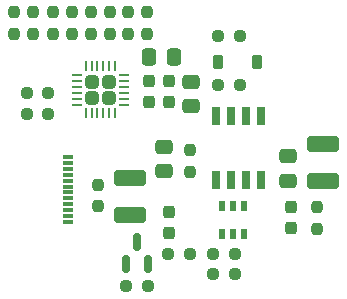
<source format=gbr>
%TF.GenerationSoftware,KiCad,Pcbnew,9.0.6*%
%TF.CreationDate,2026-01-22T02:23:31+05:30*%
%TF.ProjectId,USB-PD-Trigger-Board,5553422d-5044-42d5-9472-69676765722d,rev?*%
%TF.SameCoordinates,Original*%
%TF.FileFunction,Paste,Top*%
%TF.FilePolarity,Positive*%
%FSLAX45Y45*%
G04 Gerber Fmt 4.5, Leading zero omitted, Abs format (unit mm)*
G04 Created by KiCad (PCBNEW 9.0.6) date 2026-01-22 02:23:31*
%MOMM*%
%LPD*%
G01*
G04 APERTURE LIST*
G04 Aperture macros list*
%AMRoundRect*
0 Rectangle with rounded corners*
0 $1 Rounding radius*
0 $2 $3 $4 $5 $6 $7 $8 $9 X,Y pos of 4 corners*
0 Add a 4 corners polygon primitive as box body*
4,1,4,$2,$3,$4,$5,$6,$7,$8,$9,$2,$3,0*
0 Add four circle primitives for the rounded corners*
1,1,$1+$1,$2,$3*
1,1,$1+$1,$4,$5*
1,1,$1+$1,$6,$7*
1,1,$1+$1,$8,$9*
0 Add four rect primitives between the rounded corners*
20,1,$1+$1,$2,$3,$4,$5,0*
20,1,$1+$1,$4,$5,$6,$7,0*
20,1,$1+$1,$6,$7,$8,$9,0*
20,1,$1+$1,$8,$9,$2,$3,0*%
G04 Aperture macros list end*
%ADD10RoundRect,0.237500X0.250000X0.237500X-0.250000X0.237500X-0.250000X-0.237500X0.250000X-0.237500X0*%
%ADD11R,0.700000X1.525000*%
%ADD12RoundRect,0.237500X-0.237500X0.250000X-0.237500X-0.250000X0.237500X-0.250000X0.237500X0.250000X0*%
%ADD13RoundRect,0.237500X0.237500X-0.287500X0.237500X0.287500X-0.237500X0.287500X-0.237500X-0.287500X0*%
%ADD14RoundRect,0.237500X0.237500X-0.250000X0.237500X0.250000X-0.237500X0.250000X-0.237500X-0.250000X0*%
%ADD15RoundRect,0.250000X1.100000X-0.412500X1.100000X0.412500X-1.100000X0.412500X-1.100000X-0.412500X0*%
%ADD16RoundRect,0.237500X-0.237500X0.300000X-0.237500X-0.300000X0.237500X-0.300000X0.237500X0.300000X0*%
%ADD17RoundRect,0.225000X0.225000X0.375000X-0.225000X0.375000X-0.225000X-0.375000X0.225000X-0.375000X0*%
%ADD18R,0.900000X0.300000*%
%ADD19RoundRect,0.250000X0.475000X-0.337500X0.475000X0.337500X-0.475000X0.337500X-0.475000X-0.337500X0*%
%ADD20R,0.550000X0.900000*%
%ADD21RoundRect,0.150000X0.150000X-0.587500X0.150000X0.587500X-0.150000X0.587500X-0.150000X-0.587500X0*%
%ADD22RoundRect,0.237500X-0.250000X-0.237500X0.250000X-0.237500X0.250000X0.237500X-0.250000X0.237500X0*%
%ADD23RoundRect,0.250000X-0.337500X-0.475000X0.337500X-0.475000X0.337500X0.475000X-0.337500X0.475000X0*%
%ADD24RoundRect,0.250000X-0.475000X0.337500X-0.475000X-0.337500X0.475000X-0.337500X0.475000X0.337500X0*%
%ADD25RoundRect,0.250000X-1.100000X0.412500X-1.100000X-0.412500X1.100000X-0.412500X1.100000X0.412500X0*%
%ADD26RoundRect,0.250000X-0.305000X0.305000X-0.305000X-0.305000X0.305000X-0.305000X0.305000X0.305000X0*%
%ADD27RoundRect,0.062500X-0.062500X0.337500X-0.062500X-0.337500X0.062500X-0.337500X0.062500X0.337500X0*%
%ADD28RoundRect,0.062500X-0.337500X0.062500X-0.337500X-0.062500X0.337500X-0.062500X0.337500X0.062500X0*%
G04 APERTURE END LIST*
D10*
%TO.C,R15*%
X13041250Y-12200000D03*
X12858750Y-12200000D03*
%TD*%
D11*
%TO.C,Q1*%
X13260500Y-10858800D03*
X13133500Y-10858800D03*
X13006500Y-10858800D03*
X12879500Y-10858800D03*
X12879500Y-11401200D03*
X13006500Y-11401200D03*
X13133500Y-11401200D03*
X13260500Y-11401200D03*
%TD*%
D10*
%TO.C,R3*%
X11461250Y-10660000D03*
X11278750Y-10660000D03*
%TD*%
D12*
%TO.C,R6*%
X11500000Y-9980000D03*
X11500000Y-10162500D03*
%TD*%
D13*
%TO.C,D3*%
X13520000Y-11807500D03*
X13520000Y-11632500D03*
%TD*%
D14*
%TO.C,R19*%
X13740000Y-11811250D03*
X13740000Y-11628750D03*
%TD*%
D15*
%TO.C,C8*%
X13790000Y-11406250D03*
X13790000Y-11093750D03*
%TD*%
D12*
%TO.C,R2*%
X11880000Y-11438750D03*
X11880000Y-11621250D03*
%TD*%
D14*
%TO.C,R14*%
X12300000Y-10162500D03*
X12300000Y-9980000D03*
%TD*%
%TO.C,R12*%
X11980000Y-10162500D03*
X11980000Y-9980000D03*
%TD*%
D16*
%TO.C,C4*%
X12310000Y-10565000D03*
X12310000Y-10737500D03*
%TD*%
D17*
%TO.C,D1*%
X13225000Y-10400000D03*
X12895000Y-10400000D03*
%TD*%
D18*
%TO.C,J1*%
X11630250Y-11206000D03*
X11630250Y-11256000D03*
X11630250Y-11306000D03*
X11630250Y-11356000D03*
X11630250Y-11406000D03*
X11630250Y-11456000D03*
X11630250Y-11506000D03*
X11630250Y-11556000D03*
X11630250Y-11606000D03*
X11630250Y-11656000D03*
X11630250Y-11706000D03*
X11630250Y-11756000D03*
%TD*%
D19*
%TO.C,C6*%
X13490000Y-11407500D03*
X13490000Y-11200000D03*
%TD*%
D20*
%TO.C,Q3*%
X12930000Y-11860000D03*
X13025000Y-11860000D03*
X13120000Y-11860000D03*
X13120000Y-11620000D03*
X13025000Y-11620000D03*
X12930000Y-11620000D03*
%TD*%
D14*
%TO.C,R4*%
X12660000Y-11331250D03*
X12660000Y-11148750D03*
%TD*%
D21*
%TO.C,Q2*%
X12115000Y-12113750D03*
X12305000Y-12113750D03*
X12210000Y-11926250D03*
%TD*%
D16*
%TO.C,C5*%
X12480000Y-10565000D03*
X12480000Y-10737500D03*
%TD*%
D12*
%TO.C,R5*%
X11660000Y-9980000D03*
X11660000Y-10162500D03*
%TD*%
D22*
%TO.C,R18*%
X12858750Y-12030000D03*
X13041250Y-12030000D03*
%TD*%
D10*
%TO.C,R10*%
X13081250Y-10600000D03*
X12898750Y-10600000D03*
%TD*%
D23*
%TO.C,C3*%
X12316250Y-10361250D03*
X12523750Y-10361250D03*
%TD*%
D12*
%TO.C,R8*%
X11170000Y-9980000D03*
X11170000Y-10162500D03*
%TD*%
D22*
%TO.C,R16*%
X12118750Y-12300000D03*
X12301250Y-12300000D03*
%TD*%
D10*
%TO.C,R9*%
X13081250Y-10180000D03*
X12898750Y-10180000D03*
%TD*%
D19*
%TO.C,C2*%
X12440000Y-11327500D03*
X12440000Y-11120000D03*
%TD*%
D14*
%TO.C,R13*%
X12140000Y-10162500D03*
X12140000Y-9980000D03*
%TD*%
D24*
%TO.C,C7*%
X12670000Y-10567500D03*
X12670000Y-10775000D03*
%TD*%
D25*
%TO.C,C1*%
X12150000Y-11383750D03*
X12150000Y-11696250D03*
%TD*%
D10*
%TO.C,R17*%
X12661250Y-12030000D03*
X12478750Y-12030000D03*
%TD*%
D12*
%TO.C,R7*%
X11330000Y-9980000D03*
X11330000Y-10162500D03*
%TD*%
D22*
%TO.C,R1*%
X11278750Y-10840000D03*
X11461250Y-10840000D03*
%TD*%
D14*
%TO.C,R11*%
X11820000Y-10162500D03*
X11820000Y-9980000D03*
%TD*%
D26*
%TO.C,U1*%
X11971500Y-10567250D03*
X11833500Y-10567250D03*
X11971500Y-10705250D03*
X11833500Y-10705250D03*
D27*
X12027500Y-10438750D03*
X11977500Y-10438750D03*
X11927500Y-10438750D03*
X11877500Y-10438750D03*
X11827500Y-10438750D03*
X11777500Y-10438750D03*
D28*
X11705000Y-10511250D03*
X11705000Y-10561250D03*
X11705000Y-10611250D03*
X11705000Y-10661250D03*
X11705000Y-10711250D03*
X11705000Y-10761250D03*
D27*
X11777500Y-10833750D03*
X11827500Y-10833750D03*
X11877500Y-10833750D03*
X11927500Y-10833750D03*
X11977500Y-10833750D03*
X12027500Y-10833750D03*
D28*
X12100000Y-10761250D03*
X12100000Y-10711250D03*
X12100000Y-10661250D03*
X12100000Y-10611250D03*
X12100000Y-10561250D03*
X12100000Y-10511250D03*
%TD*%
D13*
%TO.C,D2*%
X12480000Y-11847500D03*
X12480000Y-11672500D03*
%TD*%
M02*

</source>
